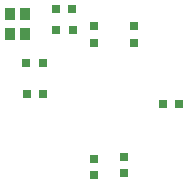
<source format=gbp>
G04 Layer_Color=128*
%FSLAX24Y24*%
%MOIN*%
G70*
G01*
G75*
%ADD12R,0.0300X0.0300*%
%ADD24R,0.0300X0.0300*%
%ADD50R,0.0335X0.0394*%
D12*
X7930Y4730D02*
D03*
X8480D02*
D03*
X13010Y4390D02*
D03*
X12460D02*
D03*
X8470Y5740D02*
D03*
X7920D02*
D03*
X9460Y6860D02*
D03*
X8910D02*
D03*
X9450Y7550D02*
D03*
X8900D02*
D03*
D24*
X11520Y6980D02*
D03*
Y6430D02*
D03*
X10170Y6980D02*
D03*
Y6430D02*
D03*
X10180Y2010D02*
D03*
Y2560D02*
D03*
X11170Y2070D02*
D03*
Y2620D02*
D03*
D50*
X7886Y7395D02*
D03*
X7354D02*
D03*
X7886Y6725D02*
D03*
X7354D02*
D03*
M02*

</source>
